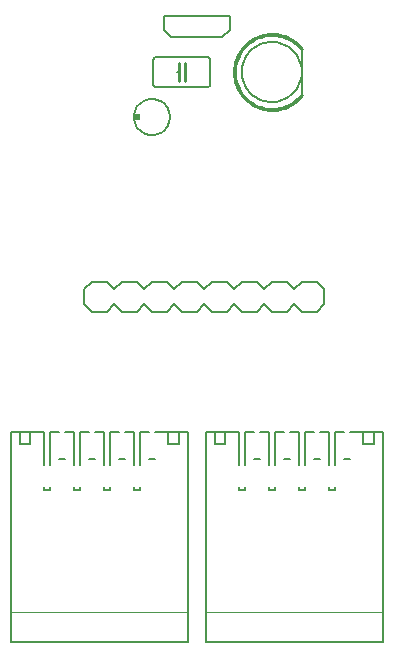
<source format=gto>
G75*
G70*
%OFA0B0*%
%FSLAX24Y24*%
%IPPOS*%
%LPD*%
%AMOC8*
5,1,8,0,0,1.08239X$1,22.5*
%
%ADD10C,0.0060*%
%ADD11C,0.0080*%
%ADD12C,0.0010*%
%ADD13C,0.0020*%
%ADD14R,0.0230X0.0240*%
%ADD15C,0.0100*%
%ADD16C,0.0050*%
D10*
X005702Y020482D02*
X005704Y020537D01*
X005712Y020591D01*
X005724Y020644D01*
X005741Y020696D01*
X005763Y020746D01*
X005789Y020794D01*
X005820Y020839D01*
X005854Y020881D01*
X005892Y020921D01*
X005934Y020956D01*
X005979Y020987D01*
X006026Y021015D01*
X006076Y021038D01*
X006127Y021056D01*
X006180Y021069D01*
X006234Y021078D01*
X006288Y021082D01*
X006343Y021081D01*
X006397Y021074D01*
X006451Y021063D01*
X006503Y021047D01*
X006554Y021027D01*
X006602Y021002D01*
X006648Y020972D01*
X006691Y020939D01*
X006731Y020901D01*
X006767Y020861D01*
X006800Y020817D01*
X006828Y020770D01*
X006852Y020721D01*
X006872Y020670D01*
X006887Y020617D01*
X006896Y020564D01*
X006901Y020509D01*
X006901Y020455D01*
X006896Y020400D01*
X006887Y020347D01*
X006872Y020294D01*
X006852Y020243D01*
X006828Y020194D01*
X006800Y020147D01*
X006767Y020103D01*
X006731Y020063D01*
X006691Y020025D01*
X006648Y019992D01*
X006602Y019962D01*
X006554Y019937D01*
X006503Y019917D01*
X006451Y019901D01*
X006397Y019890D01*
X006343Y019883D01*
X006288Y019882D01*
X006234Y019886D01*
X006180Y019895D01*
X006127Y019908D01*
X006076Y019926D01*
X006026Y019949D01*
X005979Y019977D01*
X005934Y020008D01*
X005892Y020043D01*
X005854Y020083D01*
X005820Y020125D01*
X005789Y020170D01*
X005763Y020218D01*
X005741Y020268D01*
X005724Y020320D01*
X005712Y020373D01*
X005704Y020427D01*
X005702Y020482D01*
X006452Y021482D02*
X008152Y021482D01*
X008172Y021484D01*
X008190Y021490D01*
X008208Y021499D01*
X008223Y021511D01*
X008235Y021526D01*
X008244Y021544D01*
X008250Y021562D01*
X008252Y021582D01*
X008252Y022382D01*
X008250Y022402D01*
X008244Y022420D01*
X008235Y022438D01*
X008223Y022453D01*
X008208Y022465D01*
X008190Y022474D01*
X008172Y022480D01*
X008152Y022482D01*
X006452Y022482D01*
X006432Y022480D01*
X006414Y022474D01*
X006396Y022465D01*
X006381Y022453D01*
X006369Y022438D01*
X006360Y022420D01*
X006354Y022402D01*
X006352Y022382D01*
X006352Y021582D01*
X006354Y021562D01*
X006360Y021544D01*
X006369Y021526D01*
X006381Y021511D01*
X006396Y021499D01*
X006414Y021490D01*
X006432Y021484D01*
X006452Y021482D01*
X007152Y021982D02*
X007202Y021982D01*
X007402Y021982D02*
X007452Y021982D01*
X009302Y021982D02*
X009306Y022073D01*
X009319Y022163D01*
X009339Y022252D01*
X009368Y022338D01*
X009404Y022422D01*
X009448Y022502D01*
X009498Y022577D01*
X009556Y022648D01*
X009619Y022713D01*
X009689Y022772D01*
X009763Y022824D01*
X009842Y022870D01*
X009925Y022908D01*
X010010Y022939D01*
X010099Y022961D01*
X010188Y022976D01*
X010279Y022982D01*
X010370Y022980D01*
X010461Y022969D01*
X010550Y022951D01*
X010637Y022924D01*
X010721Y022890D01*
X010802Y022848D01*
X010879Y022799D01*
X010951Y022743D01*
X011017Y022681D01*
X011078Y022613D01*
X011132Y022540D01*
X011179Y022462D01*
X011219Y022380D01*
X011252Y022295D01*
X011276Y022208D01*
X011293Y022118D01*
X011301Y022028D01*
X011301Y021936D01*
X011293Y021846D01*
X011276Y021756D01*
X011252Y021669D01*
X011219Y021584D01*
X011179Y021502D01*
X011132Y021424D01*
X011078Y021351D01*
X011017Y021283D01*
X010951Y021221D01*
X010879Y021165D01*
X010802Y021116D01*
X010721Y021074D01*
X010637Y021040D01*
X010550Y021013D01*
X010461Y020995D01*
X010370Y020984D01*
X010279Y020982D01*
X010188Y020988D01*
X010099Y021003D01*
X010010Y021025D01*
X009925Y021056D01*
X009842Y021094D01*
X009763Y021140D01*
X009689Y021192D01*
X009619Y021251D01*
X009556Y021316D01*
X009498Y021387D01*
X009448Y021462D01*
X009404Y021542D01*
X009368Y021626D01*
X009339Y021712D01*
X009319Y021801D01*
X009306Y021891D01*
X009302Y021982D01*
D11*
X001593Y009986D02*
X001593Y002978D01*
X007511Y002978D01*
X007511Y009986D01*
X006402Y009986D01*
X006202Y009982D02*
X005902Y009982D01*
X005902Y009986D02*
X005902Y008882D01*
X005702Y008882D02*
X005702Y009982D01*
X005402Y009982D01*
X005202Y009982D02*
X004902Y009982D01*
X004902Y009986D01*
X004902Y009982D02*
X004902Y008882D01*
X004702Y008882D02*
X004702Y009982D01*
X004402Y009982D01*
X004202Y009982D02*
X003902Y009982D01*
X003902Y009986D02*
X003902Y008882D01*
X003702Y008882D02*
X003702Y009982D01*
X003402Y009982D01*
X003202Y009982D02*
X002902Y009982D01*
X002902Y009986D02*
X002902Y008882D01*
X003202Y009082D02*
X003402Y009082D01*
X003702Y008132D02*
X003702Y008032D01*
X003902Y008032D01*
X003902Y008132D01*
X004202Y009082D02*
X004402Y009082D01*
X004702Y008132D02*
X004702Y008032D01*
X004902Y008032D01*
X004902Y008132D01*
X005202Y009082D02*
X005402Y009082D01*
X005702Y008132D02*
X005702Y008032D01*
X005902Y008032D01*
X005902Y008132D01*
X006202Y009082D02*
X006402Y009082D01*
X006852Y009582D02*
X006852Y009982D01*
X006852Y009582D02*
X007202Y009582D01*
X007202Y009982D01*
X008093Y009986D02*
X009202Y009986D01*
X009202Y009982D02*
X009202Y008882D01*
X009402Y008882D02*
X009402Y009986D01*
X009402Y009982D02*
X009702Y009982D01*
X009902Y009982D02*
X010202Y009982D01*
X010202Y008882D01*
X010402Y008882D02*
X010402Y009986D01*
X010402Y009982D02*
X010702Y009982D01*
X010902Y009982D02*
X011202Y009982D01*
X011202Y008882D01*
X011402Y008882D02*
X011402Y009982D01*
X011702Y009982D01*
X011902Y009982D02*
X012202Y009982D01*
X012202Y008882D01*
X011902Y009082D02*
X011702Y009082D01*
X011402Y009982D02*
X011402Y009986D01*
X010902Y009082D02*
X010702Y009082D01*
X010402Y008132D02*
X010402Y008032D01*
X010202Y008032D01*
X010202Y008132D01*
X009902Y009082D02*
X009702Y009082D01*
X009402Y008132D02*
X009402Y008032D01*
X009202Y008032D01*
X009202Y008132D01*
X008752Y009582D02*
X008402Y009582D01*
X008402Y009982D01*
X008093Y009986D02*
X008093Y002978D01*
X014011Y002978D01*
X014011Y009986D01*
X012902Y009986D01*
X012702Y009982D02*
X012402Y009982D01*
X012402Y009986D02*
X012402Y008882D01*
X012702Y009082D02*
X012902Y009082D01*
X013352Y009582D02*
X013352Y009982D01*
X013702Y009982D02*
X013702Y009582D01*
X013352Y009582D01*
X012402Y008132D02*
X012402Y008032D01*
X012202Y008032D01*
X012202Y008132D01*
X011402Y008132D02*
X011402Y008032D01*
X011202Y008032D01*
X011202Y008132D01*
X008752Y009582D02*
X008752Y009982D01*
X008802Y013982D02*
X008302Y013982D01*
X008052Y014232D01*
X007802Y013982D01*
X007302Y013982D01*
X007052Y014232D01*
X006802Y013982D01*
X006302Y013982D01*
X006052Y014232D01*
X005802Y013982D01*
X005302Y013982D01*
X005052Y014232D01*
X004802Y013982D01*
X004302Y013982D01*
X004052Y014232D01*
X004052Y014732D01*
X004302Y014982D01*
X004802Y014982D01*
X005052Y014732D01*
X005302Y014982D01*
X005802Y014982D01*
X006052Y014732D01*
X006302Y014982D01*
X006802Y014982D01*
X007052Y014732D01*
X007302Y014982D01*
X007802Y014982D01*
X008052Y014732D01*
X008302Y014982D01*
X008802Y014982D01*
X009052Y014732D01*
X009302Y014982D01*
X009802Y014982D01*
X010052Y014732D01*
X010302Y014982D01*
X010802Y014982D01*
X011052Y014732D01*
X011302Y014982D01*
X011802Y014982D01*
X012052Y014732D01*
X012052Y014232D01*
X011802Y013982D01*
X011302Y013982D01*
X011052Y014232D01*
X010802Y013982D01*
X010302Y013982D01*
X010052Y014232D01*
X009802Y013982D01*
X009302Y013982D01*
X009052Y014232D01*
X008802Y013982D01*
X011302Y021232D02*
X011302Y022732D01*
X002902Y008132D02*
X002902Y008032D01*
X002702Y008032D01*
X002702Y008132D01*
X002702Y008882D02*
X002702Y009982D01*
X002702Y009986D02*
X001593Y009986D01*
X001902Y009982D02*
X001902Y009582D01*
X002252Y009582D01*
X002252Y009982D01*
D12*
X011334Y022762D02*
X011262Y022708D01*
X011263Y022709D02*
X011208Y022777D01*
X011148Y022840D01*
X011084Y022899D01*
X011016Y022953D01*
X010944Y023002D01*
X010868Y023046D01*
X010790Y023084D01*
X010709Y023116D01*
X010626Y023143D01*
X010542Y023163D01*
X010456Y023177D01*
X010369Y023185D01*
X010282Y023187D01*
X010195Y023182D01*
X010109Y023171D01*
X010023Y023154D01*
X009939Y023131D01*
X009857Y023102D01*
X009778Y023067D01*
X009701Y023026D01*
X009627Y022980D01*
X009556Y022929D01*
X009490Y022872D01*
X009428Y022811D01*
X009370Y022746D01*
X009317Y022677D01*
X009270Y022604D01*
X009228Y022528D01*
X009191Y022449D01*
X009160Y022367D01*
X009135Y022284D01*
X009117Y022199D01*
X009104Y022112D01*
X009098Y022026D01*
X009098Y021938D01*
X009104Y021852D01*
X009117Y021765D01*
X009135Y021680D01*
X009160Y021597D01*
X009191Y021515D01*
X009228Y021436D01*
X009270Y021360D01*
X009317Y021287D01*
X009370Y021218D01*
X009428Y021153D01*
X009490Y021092D01*
X009556Y021035D01*
X009627Y020984D01*
X009701Y020938D01*
X009778Y020897D01*
X009857Y020862D01*
X009939Y020833D01*
X010023Y020810D01*
X010109Y020793D01*
X010195Y020782D01*
X010282Y020777D01*
X010369Y020779D01*
X010456Y020787D01*
X010542Y020801D01*
X010626Y020821D01*
X010709Y020848D01*
X010790Y020880D01*
X010868Y020918D01*
X010944Y020962D01*
X011016Y021011D01*
X011084Y021065D01*
X011148Y021124D01*
X011208Y021187D01*
X011263Y021255D01*
X011334Y021202D01*
X011335Y021201D01*
X011276Y021128D01*
X011212Y021060D01*
X011143Y020997D01*
X011069Y020939D01*
X010992Y020886D01*
X010911Y020839D01*
X010827Y020798D01*
X010740Y020763D01*
X010651Y020735D01*
X010560Y020713D01*
X010468Y020698D01*
X010374Y020689D01*
X010281Y020687D01*
X010187Y020692D01*
X010094Y020704D01*
X010003Y020722D01*
X009912Y020747D01*
X009824Y020778D01*
X009738Y020816D01*
X009656Y020860D01*
X009576Y020909D01*
X009501Y020965D01*
X009429Y021025D01*
X009363Y021091D01*
X009301Y021161D01*
X009244Y021235D01*
X009193Y021314D01*
X009147Y021396D01*
X009108Y021481D01*
X009075Y021568D01*
X009048Y021658D01*
X009028Y021749D01*
X009015Y021842D01*
X009008Y021935D01*
X009008Y022029D01*
X009015Y022122D01*
X009028Y022215D01*
X009048Y022306D01*
X009075Y022396D01*
X009108Y022483D01*
X009147Y022568D01*
X009193Y022650D01*
X009244Y022729D01*
X009301Y022803D01*
X009363Y022873D01*
X009429Y022939D01*
X009501Y022999D01*
X009576Y023055D01*
X009656Y023104D01*
X009738Y023148D01*
X009824Y023186D01*
X009912Y023217D01*
X010003Y023242D01*
X010094Y023260D01*
X010187Y023272D01*
X010281Y023277D01*
X010374Y023275D01*
X010468Y023266D01*
X010560Y023251D01*
X010651Y023229D01*
X010740Y023201D01*
X010827Y023166D01*
X010911Y023125D01*
X010992Y023078D01*
X011069Y023025D01*
X011143Y022967D01*
X011212Y022904D01*
X011276Y022836D01*
X011335Y022763D01*
X011328Y022758D01*
X011269Y022830D01*
X011205Y022897D01*
X011137Y022960D01*
X011064Y023018D01*
X010987Y023070D01*
X010907Y023117D01*
X010823Y023158D01*
X010737Y023192D01*
X010648Y023220D01*
X010558Y023242D01*
X010466Y023257D01*
X010374Y023266D01*
X010281Y023268D01*
X010188Y023263D01*
X010096Y023251D01*
X010005Y023233D01*
X009915Y023208D01*
X009827Y023177D01*
X009742Y023140D01*
X009660Y023096D01*
X009581Y023047D01*
X009506Y022992D01*
X009435Y022932D01*
X009369Y022867D01*
X009308Y022797D01*
X009251Y022723D01*
X009200Y022646D01*
X009155Y022564D01*
X009116Y022480D01*
X009083Y022393D01*
X009057Y022304D01*
X009037Y022213D01*
X009024Y022121D01*
X009017Y022028D01*
X009017Y021936D01*
X009024Y021843D01*
X009037Y021751D01*
X009057Y021660D01*
X009083Y021571D01*
X009116Y021484D01*
X009155Y021400D01*
X009200Y021318D01*
X009251Y021241D01*
X009308Y021167D01*
X009369Y021097D01*
X009435Y021032D01*
X009506Y020972D01*
X009581Y020917D01*
X009660Y020868D01*
X009742Y020824D01*
X009827Y020787D01*
X009915Y020756D01*
X010005Y020731D01*
X010096Y020713D01*
X010188Y020701D01*
X010281Y020696D01*
X010374Y020698D01*
X010466Y020707D01*
X010558Y020722D01*
X010648Y020744D01*
X010737Y020772D01*
X010823Y020806D01*
X010907Y020847D01*
X010987Y020894D01*
X011064Y020946D01*
X011137Y021004D01*
X011205Y021067D01*
X011269Y021134D01*
X011328Y021206D01*
X011321Y021212D01*
X011262Y021140D01*
X011199Y021073D01*
X011131Y021011D01*
X011059Y020953D01*
X010982Y020901D01*
X010903Y020855D01*
X010820Y020815D01*
X010734Y020780D01*
X010646Y020752D01*
X010556Y020731D01*
X010465Y020715D01*
X010373Y020707D01*
X010281Y020705D01*
X010189Y020710D01*
X010097Y020722D01*
X010007Y020740D01*
X009918Y020764D01*
X009831Y020795D01*
X009746Y020832D01*
X009665Y020875D01*
X009586Y020924D01*
X009512Y020979D01*
X009441Y021038D01*
X009376Y021103D01*
X009315Y021172D01*
X009259Y021246D01*
X009208Y021323D01*
X009163Y021404D01*
X009125Y021488D01*
X009092Y021574D01*
X009066Y021662D01*
X009046Y021752D01*
X009033Y021844D01*
X009026Y021936D01*
X009026Y022028D01*
X009033Y022120D01*
X009046Y022212D01*
X009066Y022302D01*
X009092Y022390D01*
X009125Y022476D01*
X009163Y022560D01*
X009208Y022641D01*
X009259Y022718D01*
X009315Y022792D01*
X009376Y022861D01*
X009441Y022926D01*
X009512Y022985D01*
X009586Y023040D01*
X009665Y023089D01*
X009746Y023132D01*
X009831Y023169D01*
X009918Y023200D01*
X010007Y023224D01*
X010097Y023242D01*
X010189Y023254D01*
X010281Y023259D01*
X010373Y023257D01*
X010465Y023249D01*
X010556Y023233D01*
X010646Y023212D01*
X010734Y023184D01*
X010820Y023149D01*
X010903Y023109D01*
X010982Y023063D01*
X011059Y023011D01*
X011131Y022953D01*
X011199Y022891D01*
X011262Y022824D01*
X011321Y022752D01*
X011313Y022747D01*
X011256Y022818D01*
X011193Y022885D01*
X011125Y022947D01*
X011053Y023003D01*
X010978Y023055D01*
X010898Y023101D01*
X010816Y023141D01*
X010731Y023175D01*
X010644Y023203D01*
X010554Y023225D01*
X010464Y023240D01*
X010373Y023248D01*
X010281Y023250D01*
X010190Y023245D01*
X010099Y023234D01*
X010009Y023216D01*
X009920Y023191D01*
X009834Y023161D01*
X009750Y023124D01*
X009669Y023081D01*
X009591Y023032D01*
X009517Y022978D01*
X009448Y022919D01*
X009382Y022855D01*
X009321Y022786D01*
X009266Y022713D01*
X009216Y022636D01*
X009171Y022556D01*
X009133Y022473D01*
X009101Y022387D01*
X009074Y022299D01*
X009055Y022210D01*
X009041Y022119D01*
X009035Y022028D01*
X009035Y021936D01*
X009041Y021845D01*
X009055Y021754D01*
X009074Y021665D01*
X009101Y021577D01*
X009133Y021491D01*
X009171Y021408D01*
X009216Y021328D01*
X009266Y021251D01*
X009321Y021178D01*
X009382Y021109D01*
X009448Y021045D01*
X009517Y020986D01*
X009591Y020932D01*
X009669Y020883D01*
X009750Y020840D01*
X009834Y020803D01*
X009920Y020773D01*
X010009Y020748D01*
X010099Y020730D01*
X010190Y020719D01*
X010281Y020714D01*
X010373Y020716D01*
X010464Y020724D01*
X010554Y020739D01*
X010644Y020761D01*
X010731Y020789D01*
X010816Y020823D01*
X010898Y020863D01*
X010978Y020909D01*
X011053Y020961D01*
X011125Y021017D01*
X011193Y021079D01*
X011256Y021146D01*
X011313Y021217D01*
X011306Y021223D01*
X011249Y021152D01*
X011186Y021086D01*
X011119Y021024D01*
X011048Y020968D01*
X010973Y020917D01*
X010894Y020871D01*
X010812Y020831D01*
X010728Y020797D01*
X010641Y020770D01*
X010553Y020748D01*
X010463Y020733D01*
X010372Y020725D01*
X010281Y020723D01*
X010190Y020728D01*
X010100Y020739D01*
X010011Y020757D01*
X009923Y020781D01*
X009837Y020812D01*
X009754Y020848D01*
X009674Y020891D01*
X009596Y020939D01*
X009523Y020993D01*
X009454Y021052D01*
X009389Y021115D01*
X009328Y021184D01*
X009273Y021256D01*
X009224Y021332D01*
X009179Y021412D01*
X009141Y021494D01*
X009109Y021580D01*
X009083Y021667D01*
X009064Y021756D01*
X009050Y021846D01*
X009044Y021937D01*
X009044Y022027D01*
X009050Y022118D01*
X009064Y022208D01*
X009083Y022297D01*
X009109Y022384D01*
X009141Y022470D01*
X009179Y022552D01*
X009224Y022632D01*
X009273Y022708D01*
X009328Y022780D01*
X009389Y022849D01*
X009454Y022912D01*
X009523Y022971D01*
X009596Y023025D01*
X009674Y023073D01*
X009754Y023116D01*
X009837Y023152D01*
X009923Y023183D01*
X010011Y023207D01*
X010100Y023225D01*
X010190Y023236D01*
X010281Y023241D01*
X010372Y023239D01*
X010463Y023231D01*
X010553Y023216D01*
X010641Y023194D01*
X010728Y023167D01*
X010812Y023133D01*
X010894Y023093D01*
X010973Y023047D01*
X011048Y022996D01*
X011119Y022940D01*
X011186Y022878D01*
X011249Y022812D01*
X011306Y022741D01*
X011299Y022736D01*
X011242Y022806D01*
X011180Y022872D01*
X011113Y022933D01*
X011043Y022989D01*
X010968Y023040D01*
X010890Y023085D01*
X010809Y023125D01*
X010725Y023158D01*
X010639Y023186D01*
X010551Y023207D01*
X010462Y023222D01*
X010372Y023230D01*
X010281Y023232D01*
X010191Y023227D01*
X010102Y023216D01*
X010013Y023198D01*
X009926Y023174D01*
X009841Y023144D01*
X009758Y023107D01*
X009678Y023065D01*
X009602Y023017D01*
X009529Y022964D01*
X009460Y022906D01*
X009395Y022842D01*
X009335Y022775D01*
X009281Y022703D01*
X009231Y022627D01*
X009187Y022548D01*
X009150Y022466D01*
X009118Y022382D01*
X009092Y022295D01*
X009072Y022207D01*
X009059Y022117D01*
X009053Y022027D01*
X009053Y021937D01*
X009059Y021847D01*
X009072Y021757D01*
X009092Y021669D01*
X009118Y021582D01*
X009150Y021498D01*
X009187Y021416D01*
X009231Y021337D01*
X009281Y021261D01*
X009335Y021189D01*
X009395Y021122D01*
X009460Y021058D01*
X009529Y021000D01*
X009602Y020947D01*
X009678Y020899D01*
X009758Y020857D01*
X009841Y020820D01*
X009926Y020790D01*
X010013Y020766D01*
X010102Y020748D01*
X010191Y020737D01*
X010281Y020732D01*
X010372Y020734D01*
X010462Y020742D01*
X010551Y020757D01*
X010639Y020778D01*
X010725Y020806D01*
X010809Y020839D01*
X010890Y020879D01*
X010968Y020924D01*
X011043Y020975D01*
X011113Y021031D01*
X011180Y021092D01*
X011242Y021158D01*
X011299Y021228D01*
X011292Y021233D01*
X011235Y021164D01*
X011174Y021099D01*
X011108Y021038D01*
X011037Y020982D01*
X010963Y020932D01*
X010886Y020887D01*
X010805Y020847D01*
X010722Y020814D01*
X010636Y020787D01*
X010549Y020766D01*
X010460Y020751D01*
X010371Y020743D01*
X010281Y020741D01*
X010192Y020746D01*
X010103Y020757D01*
X010015Y020775D01*
X009929Y020799D01*
X009844Y020829D01*
X009762Y020865D01*
X009683Y020907D01*
X009607Y020954D01*
X009534Y021007D01*
X009466Y021065D01*
X009402Y021128D01*
X009342Y021195D01*
X009288Y021267D01*
X009239Y021342D01*
X009196Y021420D01*
X009158Y021501D01*
X009126Y021585D01*
X009101Y021671D01*
X009081Y021759D01*
X009068Y021848D01*
X009062Y021937D01*
X009062Y022027D01*
X009068Y022116D01*
X009081Y022205D01*
X009101Y022293D01*
X009126Y022379D01*
X009158Y022463D01*
X009196Y022544D01*
X009239Y022622D01*
X009288Y022697D01*
X009342Y022769D01*
X009402Y022836D01*
X009466Y022899D01*
X009534Y022957D01*
X009607Y023010D01*
X009683Y023057D01*
X009762Y023099D01*
X009844Y023135D01*
X009929Y023165D01*
X010015Y023189D01*
X010103Y023207D01*
X010192Y023218D01*
X010281Y023223D01*
X010371Y023221D01*
X010460Y023213D01*
X010549Y023198D01*
X010636Y023177D01*
X010722Y023150D01*
X010805Y023117D01*
X010886Y023077D01*
X010963Y023032D01*
X011037Y022982D01*
X011108Y022926D01*
X011174Y022865D01*
X011235Y022800D01*
X011292Y022731D01*
X011285Y022725D01*
X011228Y022794D01*
X011167Y022859D01*
X011102Y022919D01*
X011032Y022975D01*
X010958Y023025D01*
X010881Y023069D01*
X010801Y023108D01*
X010719Y023141D01*
X010634Y023169D01*
X010547Y023189D01*
X010459Y023204D01*
X010371Y023212D01*
X010282Y023214D01*
X010193Y023209D01*
X010104Y023198D01*
X010017Y023181D01*
X009931Y023157D01*
X009847Y023127D01*
X009766Y023091D01*
X009687Y023050D01*
X009612Y023002D01*
X009540Y022950D01*
X009472Y022892D01*
X009408Y022830D01*
X009349Y022763D01*
X009295Y022692D01*
X009247Y022618D01*
X009204Y022540D01*
X009166Y022459D01*
X009135Y022376D01*
X009109Y022290D01*
X009090Y022203D01*
X009077Y022115D01*
X009071Y022027D01*
X009071Y021937D01*
X009077Y021849D01*
X009090Y021761D01*
X009109Y021674D01*
X009135Y021588D01*
X009166Y021505D01*
X009204Y021424D01*
X009247Y021346D01*
X009295Y021272D01*
X009349Y021201D01*
X009408Y021134D01*
X009472Y021072D01*
X009540Y021014D01*
X009612Y020962D01*
X009687Y020914D01*
X009766Y020873D01*
X009847Y020837D01*
X009931Y020807D01*
X010017Y020783D01*
X010104Y020766D01*
X010193Y020755D01*
X010282Y020750D01*
X010371Y020752D01*
X010459Y020760D01*
X010547Y020775D01*
X010634Y020795D01*
X010719Y020823D01*
X010801Y020856D01*
X010881Y020895D01*
X010958Y020939D01*
X011032Y020989D01*
X011102Y021045D01*
X011167Y021105D01*
X011228Y021170D01*
X011285Y021239D01*
X011277Y021244D01*
X011222Y021176D01*
X011161Y021111D01*
X011096Y021052D01*
X011027Y020997D01*
X010953Y020947D01*
X010877Y020903D01*
X010798Y020864D01*
X010715Y020831D01*
X010631Y020804D01*
X010545Y020783D01*
X010458Y020769D01*
X010370Y020761D01*
X010282Y020759D01*
X010193Y020764D01*
X010106Y020775D01*
X010019Y020792D01*
X009934Y020816D01*
X009851Y020845D01*
X009770Y020881D01*
X009692Y020922D01*
X009617Y020969D01*
X009545Y021021D01*
X009478Y021078D01*
X009415Y021140D01*
X009356Y021207D01*
X009303Y021277D01*
X009254Y021351D01*
X009212Y021428D01*
X009174Y021508D01*
X009143Y021591D01*
X009118Y021676D01*
X009099Y021762D01*
X009086Y021850D01*
X009080Y021938D01*
X009080Y022026D01*
X009086Y022114D01*
X009099Y022202D01*
X009118Y022288D01*
X009143Y022373D01*
X009174Y022456D01*
X009212Y022536D01*
X009254Y022613D01*
X009303Y022687D01*
X009356Y022757D01*
X009415Y022824D01*
X009478Y022886D01*
X009545Y022943D01*
X009617Y022995D01*
X009692Y023042D01*
X009770Y023083D01*
X009851Y023119D01*
X009934Y023148D01*
X010019Y023172D01*
X010106Y023189D01*
X010193Y023200D01*
X010282Y023205D01*
X010370Y023203D01*
X010458Y023195D01*
X010545Y023181D01*
X010631Y023160D01*
X010715Y023133D01*
X010798Y023100D01*
X010877Y023061D01*
X010953Y023017D01*
X011027Y022967D01*
X011096Y022912D01*
X011161Y022853D01*
X011222Y022788D01*
X011277Y022720D01*
X011270Y022714D01*
X011215Y022782D01*
X011155Y022846D01*
X011090Y022906D01*
X011021Y022960D01*
X010949Y023009D01*
X010873Y023053D01*
X010794Y023092D01*
X010712Y023125D01*
X010629Y023151D01*
X010544Y023172D01*
X010457Y023186D01*
X010370Y023194D01*
X010282Y023196D01*
X010194Y023191D01*
X010107Y023180D01*
X010021Y023163D01*
X009937Y023140D01*
X009854Y023110D01*
X009774Y023075D01*
X009696Y023034D01*
X009622Y022987D01*
X009551Y022936D01*
X009484Y022879D01*
X009421Y022818D01*
X009363Y022752D01*
X009310Y022682D01*
X009262Y022608D01*
X009220Y022532D01*
X009183Y022452D01*
X009152Y022370D01*
X009127Y022286D01*
X009108Y022200D01*
X009095Y022113D01*
X009089Y022026D01*
X009089Y021938D01*
X009095Y021851D01*
X009108Y021764D01*
X009127Y021678D01*
X009152Y021594D01*
X009183Y021512D01*
X009220Y021432D01*
X009262Y021356D01*
X009310Y021282D01*
X009363Y021212D01*
X009421Y021146D01*
X009484Y021085D01*
X009551Y021028D01*
X009622Y020977D01*
X009696Y020930D01*
X009774Y020889D01*
X009854Y020854D01*
X009937Y020824D01*
X010021Y020801D01*
X010107Y020784D01*
X010194Y020773D01*
X010282Y020768D01*
X010370Y020770D01*
X010457Y020778D01*
X010544Y020792D01*
X010629Y020813D01*
X010712Y020839D01*
X010794Y020872D01*
X010873Y020911D01*
X010949Y020955D01*
X011021Y021004D01*
X011090Y021058D01*
X011155Y021118D01*
X011215Y021182D01*
X011270Y021250D01*
D13*
X013952Y003982D02*
X008152Y003982D01*
X007452Y003982D02*
X001652Y003982D01*
D14*
X005817Y020482D03*
D15*
X007202Y021682D02*
X007202Y021982D01*
X007202Y022282D01*
X007402Y022282D02*
X007402Y021982D01*
X007402Y021682D01*
D16*
X006952Y023132D02*
X006702Y023382D01*
X006702Y023832D01*
X008902Y023832D01*
X008902Y023382D01*
X008652Y023132D01*
X006952Y023132D01*
M02*

</source>
